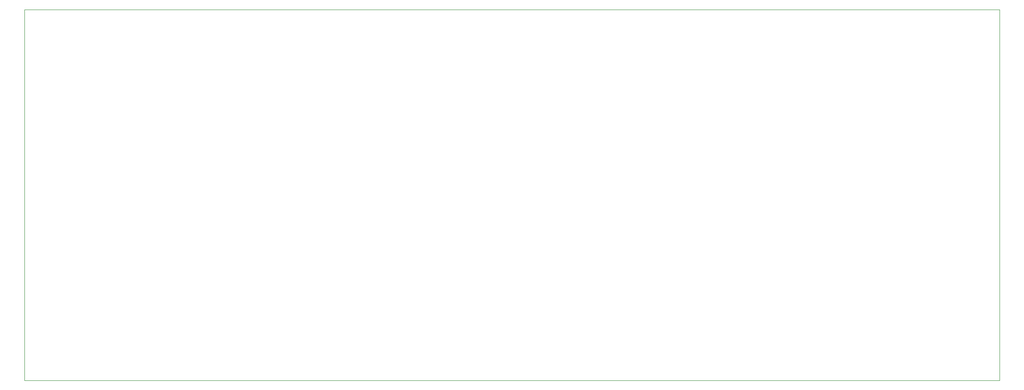
<source format=gbr>
%TF.GenerationSoftware,KiCad,Pcbnew,7.0.7*%
%TF.CreationDate,2024-12-16T13:21:34+01:00*%
%TF.ProjectId,dmem_2V0,646d656d-5f32-4563-902e-6b696361645f,rev?*%
%TF.SameCoordinates,Original*%
%TF.FileFunction,Profile,NP*%
%FSLAX46Y46*%
G04 Gerber Fmt 4.6, Leading zero omitted, Abs format (unit mm)*
G04 Created by KiCad (PCBNEW 7.0.7) date 2024-12-16 13:21:34*
%MOMM*%
%LPD*%
G01*
G04 APERTURE LIST*
%TA.AperFunction,Profile*%
%ADD10C,0.100000*%
%TD*%
G04 APERTURE END LIST*
D10*
X50501201Y-62783000D02*
X239501201Y-62783000D01*
X239501201Y-134783000D01*
X50501201Y-134783000D01*
X50501201Y-62783000D01*
M02*

</source>
